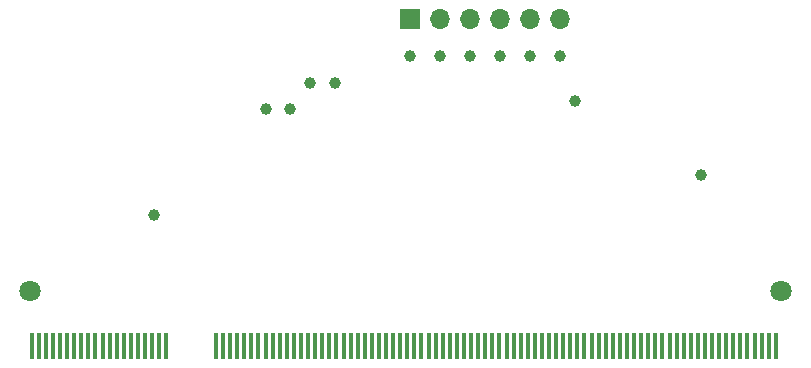
<source format=gbr>
%TF.GenerationSoftware,KiCad,Pcbnew,(6.0.1)*%
%TF.CreationDate,2022-10-22T09:43:17+02:00*%
%TF.ProjectId,so-dimm-esp32-cm,736f2d64-696d-46d2-9d65-737033322d63,rev?*%
%TF.SameCoordinates,Original*%
%TF.FileFunction,Soldermask,Bot*%
%TF.FilePolarity,Negative*%
%FSLAX46Y46*%
G04 Gerber Fmt 4.6, Leading zero omitted, Abs format (unit mm)*
G04 Created by KiCad (PCBNEW (6.0.1)) date 2022-10-22 09:43:17*
%MOMM*%
%LPD*%
G01*
G04 APERTURE LIST*
%ADD10C,1.800000*%
%ADD11R,0.450000X2.300000*%
%ADD12R,1.700000X1.700000*%
%ADD13O,1.700000X1.700000*%
%ADD14C,1.000000*%
G04 APERTURE END LIST*
D10*
%TO.C,J1*%
X117425346Y-102077001D03*
X181025346Y-102077001D03*
D11*
X117575346Y-106677001D03*
X118175346Y-106677001D03*
X118775346Y-106677001D03*
X119375346Y-106677001D03*
X119975346Y-106677001D03*
X120575346Y-106677001D03*
X121175346Y-106677001D03*
X121775346Y-106677001D03*
X122375346Y-106677001D03*
X122975346Y-106677001D03*
X123575346Y-106677001D03*
X124175346Y-106677001D03*
X124775346Y-106677001D03*
X125375346Y-106677001D03*
X125975346Y-106677001D03*
X126575346Y-106677001D03*
X127175346Y-106677001D03*
X127775346Y-106677001D03*
X128375346Y-106677001D03*
X128975346Y-106677001D03*
X133175346Y-106677001D03*
X133775346Y-106677001D03*
X134375346Y-106677001D03*
X134975346Y-106677001D03*
X135575346Y-106677001D03*
X136175346Y-106677001D03*
X136775346Y-106677001D03*
X137375346Y-106677001D03*
X137975346Y-106677001D03*
X138575346Y-106677001D03*
X139175346Y-106677001D03*
X139775346Y-106677001D03*
X140375346Y-106677001D03*
X140975346Y-106677001D03*
X141575346Y-106677001D03*
X142175346Y-106677001D03*
X142775346Y-106677001D03*
X143375346Y-106677001D03*
X143975346Y-106677001D03*
X144575346Y-106677001D03*
X145175346Y-106677001D03*
X145775346Y-106677001D03*
X146375346Y-106677001D03*
X146975346Y-106677001D03*
X147575346Y-106677001D03*
X148175346Y-106677001D03*
X148775346Y-106677001D03*
X149375346Y-106677001D03*
X149975346Y-106677001D03*
X150575346Y-106677001D03*
X151175346Y-106677001D03*
X151775346Y-106677001D03*
X152375346Y-106677001D03*
X152975346Y-106677001D03*
X153575346Y-106677001D03*
X154175346Y-106677001D03*
X154775346Y-106677001D03*
X155375346Y-106677001D03*
X155975346Y-106677001D03*
X156575346Y-106677001D03*
X157175346Y-106677001D03*
X157775346Y-106677001D03*
X158375346Y-106677001D03*
X158975346Y-106677001D03*
X159575346Y-106677001D03*
X160175346Y-106677001D03*
X160775346Y-106677001D03*
X161375346Y-106677001D03*
X161975346Y-106677001D03*
X162575346Y-106677001D03*
X163175346Y-106677001D03*
X163775346Y-106677001D03*
X164375346Y-106677001D03*
X164975346Y-106677001D03*
X165575346Y-106677001D03*
X166175346Y-106677001D03*
X166775346Y-106677001D03*
X167375346Y-106677001D03*
X167975346Y-106677001D03*
X168575346Y-106677001D03*
X169175346Y-106677001D03*
X169775346Y-106677001D03*
X170375346Y-106677001D03*
X170975346Y-106677001D03*
X171575346Y-106677001D03*
X172175346Y-106677001D03*
X172775346Y-106677001D03*
X173375346Y-106677001D03*
X173975346Y-106677001D03*
X174575346Y-106677001D03*
X175175346Y-106677001D03*
X175775346Y-106677001D03*
X176375346Y-106677001D03*
X176975346Y-106677001D03*
X177575346Y-106677001D03*
X178175346Y-106677001D03*
X178775346Y-106677001D03*
X179375346Y-106677001D03*
X179975346Y-106677001D03*
X180575346Y-106677001D03*
%TD*%
D12*
%TO.C,J2*%
X149606000Y-78994000D03*
D13*
X152146000Y-78994000D03*
X154686000Y-78994000D03*
X157226000Y-78994000D03*
X159766000Y-78994000D03*
X162306000Y-78994000D03*
%TD*%
D14*
%TO.C,TP4*%
X157226000Y-82169000D03*
%TD*%
%TO.C,TP10*%
X137414000Y-86614000D03*
%TD*%
%TO.C,TP2*%
X152146000Y-82169000D03*
%TD*%
%TO.C,TP13*%
X143256000Y-84455000D03*
%TD*%
%TO.C,TP8*%
X127889000Y-95631000D03*
%TD*%
%TO.C,TP11*%
X139446000Y-86614000D03*
%TD*%
%TO.C,TP6*%
X159766000Y-82169000D03*
%TD*%
%TO.C,TP9*%
X174244000Y-92202000D03*
%TD*%
%TO.C,TP3*%
X154686000Y-82169000D03*
%TD*%
%TO.C,TP5*%
X162306000Y-82169000D03*
%TD*%
%TO.C,TP1*%
X149606000Y-82169000D03*
%TD*%
%TO.C,TP12*%
X141097000Y-84455000D03*
%TD*%
%TO.C,TP7*%
X163576000Y-85979000D03*
%TD*%
M02*

</source>
